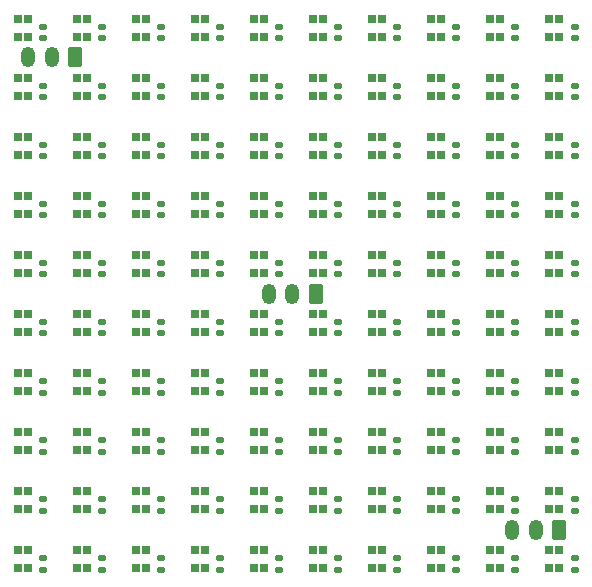
<source format=gbr>
%TF.GenerationSoftware,KiCad,Pcbnew,8.0.2*%
%TF.CreationDate,2024-07-01T22:54:51-05:00*%
%TF.ProjectId,pixel_grid,70697865-6c5f-4677-9269-642e6b696361,rev?*%
%TF.SameCoordinates,Original*%
%TF.FileFunction,Soldermask,Top*%
%TF.FilePolarity,Negative*%
%FSLAX46Y46*%
G04 Gerber Fmt 4.6, Leading zero omitted, Abs format (unit mm)*
G04 Created by KiCad (PCBNEW 8.0.2) date 2024-07-01 22:54:51*
%MOMM*%
%LPD*%
G01*
G04 APERTURE LIST*
G04 Aperture macros list*
%AMRoundRect*
0 Rectangle with rounded corners*
0 $1 Rounding radius*
0 $2 $3 $4 $5 $6 $7 $8 $9 X,Y pos of 4 corners*
0 Add a 4 corners polygon primitive as box body*
4,1,4,$2,$3,$4,$5,$6,$7,$8,$9,$2,$3,0*
0 Add four circle primitives for the rounded corners*
1,1,$1+$1,$2,$3*
1,1,$1+$1,$4,$5*
1,1,$1+$1,$6,$7*
1,1,$1+$1,$8,$9*
0 Add four rect primitives between the rounded corners*
20,1,$1+$1,$2,$3,$4,$5,0*
20,1,$1+$1,$4,$5,$6,$7,0*
20,1,$1+$1,$6,$7,$8,$9,0*
20,1,$1+$1,$8,$9,$2,$3,0*%
G04 Aperture macros list end*
%ADD10R,0.650000X0.800000*%
%ADD11RoundRect,0.250000X0.350000X0.625000X-0.350000X0.625000X-0.350000X-0.625000X0.350000X-0.625000X0*%
%ADD12O,1.200000X1.750000*%
%ADD13RoundRect,0.140000X0.170000X-0.140000X0.170000X0.140000X-0.170000X0.140000X-0.170000X-0.140000X0*%
G04 APERTURE END LIST*
D10*
%TO.C,D100*%
X65425000Y-64250000D03*
X65425000Y-65750000D03*
X64575000Y-64250000D03*
X64575000Y-65750000D03*
%TD*%
%TO.C,D99*%
X60425000Y-64250000D03*
X60425000Y-65750000D03*
X59575000Y-64250000D03*
X59575000Y-65750000D03*
%TD*%
%TO.C,D98*%
X55425000Y-64250000D03*
X55425000Y-65750000D03*
X54575000Y-64250000D03*
X54575000Y-65750000D03*
%TD*%
%TO.C,D97*%
X50425000Y-64250000D03*
X50425000Y-65750000D03*
X49575000Y-64250000D03*
X49575000Y-65750000D03*
%TD*%
%TO.C,D96*%
X45425000Y-64250000D03*
X45425000Y-65750000D03*
X44575000Y-64250000D03*
X44575000Y-65750000D03*
%TD*%
%TO.C,D95*%
X40425000Y-64250000D03*
X40425000Y-65750000D03*
X39575000Y-64250000D03*
X39575000Y-65750000D03*
%TD*%
%TO.C,D94*%
X35425000Y-64250000D03*
X35425000Y-65750000D03*
X34575000Y-64250000D03*
X34575000Y-65750000D03*
%TD*%
%TO.C,D93*%
X30425000Y-64250000D03*
X30425000Y-65750000D03*
X29575000Y-64250000D03*
X29575000Y-65750000D03*
%TD*%
%TO.C,D92*%
X25425000Y-64250000D03*
X25425000Y-65750000D03*
X24575000Y-64250000D03*
X24575000Y-65750000D03*
%TD*%
%TO.C,D91*%
X20425000Y-64250000D03*
X20425000Y-65750000D03*
X19575000Y-64250000D03*
X19575000Y-65750000D03*
%TD*%
%TO.C,D90*%
X65425000Y-59250000D03*
X65425000Y-60750000D03*
X64575000Y-59250000D03*
X64575000Y-60750000D03*
%TD*%
%TO.C,D89*%
X60425000Y-59250000D03*
X60425000Y-60750000D03*
X59575000Y-59250000D03*
X59575000Y-60750000D03*
%TD*%
%TO.C,D88*%
X55425000Y-59250000D03*
X55425000Y-60750000D03*
X54575000Y-59250000D03*
X54575000Y-60750000D03*
%TD*%
%TO.C,D87*%
X50425000Y-59250000D03*
X50425000Y-60750000D03*
X49575000Y-59250000D03*
X49575000Y-60750000D03*
%TD*%
%TO.C,D86*%
X45425000Y-59250000D03*
X45425000Y-60750000D03*
X44575000Y-59250000D03*
X44575000Y-60750000D03*
%TD*%
%TO.C,D85*%
X40425000Y-59250000D03*
X40425000Y-60750000D03*
X39575000Y-59250000D03*
X39575000Y-60750000D03*
%TD*%
%TO.C,D84*%
X35425000Y-59250000D03*
X35425000Y-60750000D03*
X34575000Y-59250000D03*
X34575000Y-60750000D03*
%TD*%
%TO.C,D83*%
X30425000Y-59250000D03*
X30425000Y-60750000D03*
X29575000Y-59250000D03*
X29575000Y-60750000D03*
%TD*%
%TO.C,D82*%
X25425000Y-59250000D03*
X25425000Y-60750000D03*
X24575000Y-59250000D03*
X24575000Y-60750000D03*
%TD*%
%TO.C,D81*%
X20425000Y-59250000D03*
X20425000Y-60750000D03*
X19575000Y-59250000D03*
X19575000Y-60750000D03*
%TD*%
%TO.C,D80*%
X65425000Y-54250000D03*
X65425000Y-55750000D03*
X64575000Y-54250000D03*
X64575000Y-55750000D03*
%TD*%
%TO.C,D79*%
X60425000Y-54250000D03*
X60425000Y-55750000D03*
X59575000Y-54250000D03*
X59575000Y-55750000D03*
%TD*%
%TO.C,D78*%
X55425000Y-54250000D03*
X55425000Y-55750000D03*
X54575000Y-54250000D03*
X54575000Y-55750000D03*
%TD*%
%TO.C,D77*%
X50425000Y-54250000D03*
X50425000Y-55750000D03*
X49575000Y-54250000D03*
X49575000Y-55750000D03*
%TD*%
%TO.C,D76*%
X45425000Y-54250000D03*
X45425000Y-55750000D03*
X44575000Y-54250000D03*
X44575000Y-55750000D03*
%TD*%
%TO.C,D75*%
X40425000Y-54250000D03*
X40425000Y-55750000D03*
X39575000Y-54250000D03*
X39575000Y-55750000D03*
%TD*%
%TO.C,D74*%
X35425000Y-54250000D03*
X35425000Y-55750000D03*
X34575000Y-54250000D03*
X34575000Y-55750000D03*
%TD*%
%TO.C,D73*%
X30425000Y-54250000D03*
X30425000Y-55750000D03*
X29575000Y-54250000D03*
X29575000Y-55750000D03*
%TD*%
%TO.C,D72*%
X25425000Y-54250000D03*
X25425000Y-55750000D03*
X24575000Y-54250000D03*
X24575000Y-55750000D03*
%TD*%
%TO.C,D71*%
X20425000Y-54250000D03*
X20425000Y-55750000D03*
X19575000Y-54250000D03*
X19575000Y-55750000D03*
%TD*%
%TO.C,D70*%
X65425000Y-49250000D03*
X65425000Y-50750000D03*
X64575000Y-49250000D03*
X64575000Y-50750000D03*
%TD*%
%TO.C,D69*%
X60425000Y-49250000D03*
X60425000Y-50750000D03*
X59575000Y-49250000D03*
X59575000Y-50750000D03*
%TD*%
%TO.C,D68*%
X55425000Y-49250000D03*
X55425000Y-50750000D03*
X54575000Y-49250000D03*
X54575000Y-50750000D03*
%TD*%
%TO.C,D67*%
X50425000Y-49250000D03*
X50425000Y-50750000D03*
X49575000Y-49250000D03*
X49575000Y-50750000D03*
%TD*%
%TO.C,D66*%
X45425000Y-49250000D03*
X45425000Y-50750000D03*
X44575000Y-49250000D03*
X44575000Y-50750000D03*
%TD*%
%TO.C,D65*%
X40425000Y-49250000D03*
X40425000Y-50750000D03*
X39575000Y-49250000D03*
X39575000Y-50750000D03*
%TD*%
%TO.C,D64*%
X35425000Y-49250000D03*
X35425000Y-50750000D03*
X34575000Y-49250000D03*
X34575000Y-50750000D03*
%TD*%
%TO.C,D63*%
X30425000Y-49250000D03*
X30425000Y-50750000D03*
X29575000Y-49250000D03*
X29575000Y-50750000D03*
%TD*%
%TO.C,D62*%
X25425000Y-49250000D03*
X25425000Y-50750000D03*
X24575000Y-49250000D03*
X24575000Y-50750000D03*
%TD*%
%TO.C,D61*%
X20425000Y-49250000D03*
X20425000Y-50750000D03*
X19575000Y-49250000D03*
X19575000Y-50750000D03*
%TD*%
%TO.C,D60*%
X65425000Y-44250000D03*
X65425000Y-45750000D03*
X64575000Y-44250000D03*
X64575000Y-45750000D03*
%TD*%
%TO.C,D59*%
X60425000Y-44250000D03*
X60425000Y-45750000D03*
X59575000Y-44250000D03*
X59575000Y-45750000D03*
%TD*%
%TO.C,D58*%
X55425000Y-44250000D03*
X55425000Y-45750000D03*
X54575000Y-44250000D03*
X54575000Y-45750000D03*
%TD*%
%TO.C,D57*%
X50425000Y-44250000D03*
X50425000Y-45750000D03*
X49575000Y-44250000D03*
X49575000Y-45750000D03*
%TD*%
%TO.C,D56*%
X45425000Y-44250000D03*
X45425000Y-45750000D03*
X44575000Y-44250000D03*
X44575000Y-45750000D03*
%TD*%
%TO.C,D55*%
X40425000Y-44250000D03*
X40425000Y-45750000D03*
X39575000Y-44250000D03*
X39575000Y-45750000D03*
%TD*%
%TO.C,D54*%
X35425000Y-44250000D03*
X35425000Y-45750000D03*
X34575000Y-44250000D03*
X34575000Y-45750000D03*
%TD*%
%TO.C,D53*%
X30425000Y-44250000D03*
X30425000Y-45750000D03*
X29575000Y-44250000D03*
X29575000Y-45750000D03*
%TD*%
%TO.C,D52*%
X25425000Y-44250000D03*
X25425000Y-45750000D03*
X24575000Y-44250000D03*
X24575000Y-45750000D03*
%TD*%
%TO.C,D51*%
X20425000Y-44250000D03*
X20425000Y-45750000D03*
X19575000Y-44250000D03*
X19575000Y-45750000D03*
%TD*%
%TO.C,D50*%
X65425000Y-39250000D03*
X65425000Y-40750000D03*
X64575000Y-39250000D03*
X64575000Y-40750000D03*
%TD*%
%TO.C,D49*%
X60425000Y-39250000D03*
X60425000Y-40750000D03*
X59575000Y-39250000D03*
X59575000Y-40750000D03*
%TD*%
%TO.C,D48*%
X55425000Y-39250000D03*
X55425000Y-40750000D03*
X54575000Y-39250000D03*
X54575000Y-40750000D03*
%TD*%
%TO.C,D47*%
X50425000Y-39250000D03*
X50425000Y-40750000D03*
X49575000Y-39250000D03*
X49575000Y-40750000D03*
%TD*%
%TO.C,D46*%
X45425000Y-39250000D03*
X45425000Y-40750000D03*
X44575000Y-39250000D03*
X44575000Y-40750000D03*
%TD*%
%TO.C,D45*%
X40425000Y-39250000D03*
X40425000Y-40750000D03*
X39575000Y-39250000D03*
X39575000Y-40750000D03*
%TD*%
%TO.C,D44*%
X35425000Y-39250000D03*
X35425000Y-40750000D03*
X34575000Y-39250000D03*
X34575000Y-40750000D03*
%TD*%
%TO.C,D43*%
X30425000Y-39250000D03*
X30425000Y-40750000D03*
X29575000Y-39250000D03*
X29575000Y-40750000D03*
%TD*%
%TO.C,D42*%
X25425000Y-39250000D03*
X25425000Y-40750000D03*
X24575000Y-39250000D03*
X24575000Y-40750000D03*
%TD*%
%TO.C,D41*%
X20425000Y-39250000D03*
X20425000Y-40750000D03*
X19575000Y-39250000D03*
X19575000Y-40750000D03*
%TD*%
%TO.C,D40*%
X65425000Y-34250000D03*
X65425000Y-35750000D03*
X64575000Y-34250000D03*
X64575000Y-35750000D03*
%TD*%
%TO.C,D39*%
X60425000Y-34250000D03*
X60425000Y-35750000D03*
X59575000Y-34250000D03*
X59575000Y-35750000D03*
%TD*%
%TO.C,D38*%
X55425000Y-34250000D03*
X55425000Y-35750000D03*
X54575000Y-34250000D03*
X54575000Y-35750000D03*
%TD*%
%TO.C,D37*%
X50425000Y-34250000D03*
X50425000Y-35750000D03*
X49575000Y-34250000D03*
X49575000Y-35750000D03*
%TD*%
%TO.C,D36*%
X45425000Y-34250000D03*
X45425000Y-35750000D03*
X44575000Y-34250000D03*
X44575000Y-35750000D03*
%TD*%
%TO.C,D35*%
X40425000Y-34250000D03*
X40425000Y-35750000D03*
X39575000Y-34250000D03*
X39575000Y-35750000D03*
%TD*%
%TO.C,D34*%
X35425000Y-34250000D03*
X35425000Y-35750000D03*
X34575000Y-34250000D03*
X34575000Y-35750000D03*
%TD*%
%TO.C,D33*%
X30425000Y-34250000D03*
X30425000Y-35750000D03*
X29575000Y-34250000D03*
X29575000Y-35750000D03*
%TD*%
%TO.C,D32*%
X25425000Y-34250000D03*
X25425000Y-35750000D03*
X24575000Y-34250000D03*
X24575000Y-35750000D03*
%TD*%
%TO.C,D31*%
X20425000Y-34250000D03*
X20425000Y-35750000D03*
X19575000Y-34250000D03*
X19575000Y-35750000D03*
%TD*%
%TO.C,D30*%
X65425000Y-29250000D03*
X65425000Y-30750000D03*
X64575000Y-29250000D03*
X64575000Y-30750000D03*
%TD*%
%TO.C,D29*%
X60425000Y-29250000D03*
X60425000Y-30750000D03*
X59575000Y-29250000D03*
X59575000Y-30750000D03*
%TD*%
%TO.C,D28*%
X55425000Y-29250000D03*
X55425000Y-30750000D03*
X54575000Y-29250000D03*
X54575000Y-30750000D03*
%TD*%
%TO.C,D27*%
X50425000Y-29250000D03*
X50425000Y-30750000D03*
X49575000Y-29250000D03*
X49575000Y-30750000D03*
%TD*%
%TO.C,D26*%
X45425000Y-29250000D03*
X45425000Y-30750000D03*
X44575000Y-29250000D03*
X44575000Y-30750000D03*
%TD*%
%TO.C,D25*%
X40425000Y-29250000D03*
X40425000Y-30750000D03*
X39575000Y-29250000D03*
X39575000Y-30750000D03*
%TD*%
%TO.C,D24*%
X35425000Y-29250000D03*
X35425000Y-30750000D03*
X34575000Y-29250000D03*
X34575000Y-30750000D03*
%TD*%
%TO.C,D23*%
X30425000Y-29250000D03*
X30425000Y-30750000D03*
X29575000Y-29250000D03*
X29575000Y-30750000D03*
%TD*%
%TO.C,D22*%
X25425000Y-29250000D03*
X25425000Y-30750000D03*
X24575000Y-29250000D03*
X24575000Y-30750000D03*
%TD*%
%TO.C,D21*%
X20425000Y-29250000D03*
X20425000Y-30750000D03*
X19575000Y-29250000D03*
X19575000Y-30750000D03*
%TD*%
%TO.C,D20*%
X65425000Y-24250000D03*
X65425000Y-25750000D03*
X64575000Y-24250000D03*
X64575000Y-25750000D03*
%TD*%
%TO.C,D19*%
X60425000Y-24250000D03*
X60425000Y-25750000D03*
X59575000Y-24250000D03*
X59575000Y-25750000D03*
%TD*%
%TO.C,D18*%
X55425000Y-24250000D03*
X55425000Y-25750000D03*
X54575000Y-24250000D03*
X54575000Y-25750000D03*
%TD*%
%TO.C,D17*%
X50425000Y-24250000D03*
X50425000Y-25750000D03*
X49575000Y-24250000D03*
X49575000Y-25750000D03*
%TD*%
%TO.C,D16*%
X45425000Y-24250000D03*
X45425000Y-25750000D03*
X44575000Y-24250000D03*
X44575000Y-25750000D03*
%TD*%
%TO.C,D15*%
X40425000Y-24250000D03*
X40425000Y-25750000D03*
X39575000Y-24250000D03*
X39575000Y-25750000D03*
%TD*%
%TO.C,D14*%
X35425000Y-24250000D03*
X35425000Y-25750000D03*
X34575000Y-24250000D03*
X34575000Y-25750000D03*
%TD*%
%TO.C,D13*%
X30425000Y-24250000D03*
X30425000Y-25750000D03*
X29575000Y-24250000D03*
X29575000Y-25750000D03*
%TD*%
%TO.C,D12*%
X25425000Y-24250000D03*
X25425000Y-25750000D03*
X24575000Y-24250000D03*
X24575000Y-25750000D03*
%TD*%
%TO.C,D11*%
X20425000Y-24250000D03*
X20425000Y-25750000D03*
X19575000Y-24250000D03*
X19575000Y-25750000D03*
%TD*%
%TO.C,D10*%
X65425000Y-19250000D03*
X65425000Y-20750000D03*
X64575000Y-19250000D03*
X64575000Y-20750000D03*
%TD*%
%TO.C,D9*%
X60425000Y-19250000D03*
X60425000Y-20750000D03*
X59575000Y-19250000D03*
X59575000Y-20750000D03*
%TD*%
%TO.C,D8*%
X55425000Y-19250000D03*
X55425000Y-20750000D03*
X54575000Y-19250000D03*
X54575000Y-20750000D03*
%TD*%
%TO.C,D7*%
X50425000Y-19250000D03*
X50425000Y-20750000D03*
X49575000Y-19250000D03*
X49575000Y-20750000D03*
%TD*%
%TO.C,D6*%
X45425000Y-19250000D03*
X45425000Y-20750000D03*
X44575000Y-19250000D03*
X44575000Y-20750000D03*
%TD*%
%TO.C,D5*%
X40425000Y-19250000D03*
X40425000Y-20750000D03*
X39575000Y-19250000D03*
X39575000Y-20750000D03*
%TD*%
%TO.C,D4*%
X35425000Y-19250000D03*
X35425000Y-20750000D03*
X34575000Y-19250000D03*
X34575000Y-20750000D03*
%TD*%
%TO.C,D3*%
X30425000Y-19250000D03*
X30425000Y-20750000D03*
X29575000Y-19250000D03*
X29575000Y-20750000D03*
%TD*%
%TO.C,D2*%
X25425000Y-19250000D03*
X25425000Y-20750000D03*
X24575000Y-19250000D03*
X24575000Y-20750000D03*
%TD*%
%TO.C,D1*%
X20425000Y-19250000D03*
X20425000Y-20750000D03*
X19575000Y-19250000D03*
X19575000Y-20750000D03*
%TD*%
D11*
%TO.C,J3*%
X44800000Y-42500000D03*
D12*
X42800000Y-42500000D03*
X40800000Y-42500000D03*
%TD*%
D11*
%TO.C,J2*%
X65425000Y-62500000D03*
D12*
X63425000Y-62500000D03*
X61425000Y-62500000D03*
%TD*%
D11*
%TO.C,J1*%
X24425000Y-22500000D03*
D12*
X22425000Y-22500000D03*
X20425000Y-22500000D03*
%TD*%
D13*
%TO.C,C100*%
X66700000Y-65880000D03*
X66700000Y-64920000D03*
%TD*%
%TO.C,C99*%
X61700000Y-65880000D03*
X61700000Y-64920000D03*
%TD*%
%TO.C,C98*%
X56700000Y-65880000D03*
X56700000Y-64920000D03*
%TD*%
%TO.C,C97*%
X51700000Y-65880000D03*
X51700000Y-64920000D03*
%TD*%
%TO.C,C96*%
X46700000Y-65880000D03*
X46700000Y-64920000D03*
%TD*%
%TO.C,C95*%
X41700000Y-65880000D03*
X41700000Y-64920000D03*
%TD*%
%TO.C,C94*%
X36700000Y-65880000D03*
X36700000Y-64920000D03*
%TD*%
%TO.C,C93*%
X31700000Y-65880000D03*
X31700000Y-64920000D03*
%TD*%
%TO.C,C92*%
X26700000Y-65880000D03*
X26700000Y-64920000D03*
%TD*%
%TO.C,C91*%
X21700000Y-65880000D03*
X21700000Y-64920000D03*
%TD*%
%TO.C,C90*%
X66700000Y-60880000D03*
X66700000Y-59920000D03*
%TD*%
%TO.C,C89*%
X61700000Y-60880000D03*
X61700000Y-59920000D03*
%TD*%
%TO.C,C88*%
X56700000Y-60880000D03*
X56700000Y-59920000D03*
%TD*%
%TO.C,C87*%
X51700000Y-60880000D03*
X51700000Y-59920000D03*
%TD*%
%TO.C,C86*%
X46700000Y-60880000D03*
X46700000Y-59920000D03*
%TD*%
%TO.C,C85*%
X41700000Y-60880000D03*
X41700000Y-59920000D03*
%TD*%
%TO.C,C84*%
X36700000Y-60880000D03*
X36700000Y-59920000D03*
%TD*%
%TO.C,C83*%
X31700000Y-60880000D03*
X31700000Y-59920000D03*
%TD*%
%TO.C,C82*%
X26700000Y-60880000D03*
X26700000Y-59920000D03*
%TD*%
%TO.C,C81*%
X21700000Y-60880000D03*
X21700000Y-59920000D03*
%TD*%
%TO.C,C80*%
X66700000Y-55880000D03*
X66700000Y-54920000D03*
%TD*%
%TO.C,C79*%
X61700000Y-55880000D03*
X61700000Y-54920000D03*
%TD*%
%TO.C,C78*%
X56700000Y-55880000D03*
X56700000Y-54920000D03*
%TD*%
%TO.C,C77*%
X51700000Y-55880000D03*
X51700000Y-54920000D03*
%TD*%
%TO.C,C76*%
X46700000Y-55880000D03*
X46700000Y-54920000D03*
%TD*%
%TO.C,C75*%
X41700000Y-55880000D03*
X41700000Y-54920000D03*
%TD*%
%TO.C,C74*%
X36700000Y-55880000D03*
X36700000Y-54920000D03*
%TD*%
%TO.C,C73*%
X31700000Y-55880000D03*
X31700000Y-54920000D03*
%TD*%
%TO.C,C72*%
X26700000Y-55880000D03*
X26700000Y-54920000D03*
%TD*%
%TO.C,C71*%
X21700000Y-55880000D03*
X21700000Y-54920000D03*
%TD*%
%TO.C,C70*%
X66700000Y-50880000D03*
X66700000Y-49920000D03*
%TD*%
%TO.C,C69*%
X61700000Y-50880000D03*
X61700000Y-49920000D03*
%TD*%
%TO.C,C68*%
X56700000Y-50880000D03*
X56700000Y-49920000D03*
%TD*%
%TO.C,C67*%
X51700000Y-50880000D03*
X51700000Y-49920000D03*
%TD*%
%TO.C,C66*%
X46700000Y-50880000D03*
X46700000Y-49920000D03*
%TD*%
%TO.C,C65*%
X41700000Y-50880000D03*
X41700000Y-49920000D03*
%TD*%
%TO.C,C64*%
X36700000Y-50880000D03*
X36700000Y-49920000D03*
%TD*%
%TO.C,C63*%
X31700000Y-50880000D03*
X31700000Y-49920000D03*
%TD*%
%TO.C,C62*%
X26700000Y-50880000D03*
X26700000Y-49920000D03*
%TD*%
%TO.C,C61*%
X21700000Y-50880000D03*
X21700000Y-49920000D03*
%TD*%
%TO.C,C60*%
X66700000Y-45880000D03*
X66700000Y-44920000D03*
%TD*%
%TO.C,C59*%
X61700000Y-45880000D03*
X61700000Y-44920000D03*
%TD*%
%TO.C,C58*%
X56700000Y-45880000D03*
X56700000Y-44920000D03*
%TD*%
%TO.C,C57*%
X51700000Y-45880000D03*
X51700000Y-44920000D03*
%TD*%
%TO.C,C56*%
X46700000Y-45880000D03*
X46700000Y-44920000D03*
%TD*%
%TO.C,C55*%
X41700000Y-45880000D03*
X41700000Y-44920000D03*
%TD*%
%TO.C,C54*%
X36700000Y-45880000D03*
X36700000Y-44920000D03*
%TD*%
%TO.C,C53*%
X31700000Y-45880000D03*
X31700000Y-44920000D03*
%TD*%
%TO.C,C52*%
X26700000Y-45880000D03*
X26700000Y-44920000D03*
%TD*%
%TO.C,C51*%
X21700000Y-45880000D03*
X21700000Y-44920000D03*
%TD*%
%TO.C,C50*%
X66700000Y-40880000D03*
X66700000Y-39920000D03*
%TD*%
%TO.C,C49*%
X61700000Y-40880000D03*
X61700000Y-39920000D03*
%TD*%
%TO.C,C48*%
X56700000Y-40880000D03*
X56700000Y-39920000D03*
%TD*%
%TO.C,C47*%
X51700000Y-40880000D03*
X51700000Y-39920000D03*
%TD*%
%TO.C,C46*%
X46700000Y-40880000D03*
X46700000Y-39920000D03*
%TD*%
%TO.C,C45*%
X41700000Y-40880000D03*
X41700000Y-39920000D03*
%TD*%
%TO.C,C44*%
X36700000Y-40880000D03*
X36700000Y-39920000D03*
%TD*%
%TO.C,C43*%
X31700000Y-40880000D03*
X31700000Y-39920000D03*
%TD*%
%TO.C,C42*%
X26700000Y-40880000D03*
X26700000Y-39920000D03*
%TD*%
%TO.C,C41*%
X21700000Y-40880000D03*
X21700000Y-39920000D03*
%TD*%
%TO.C,C40*%
X66700000Y-35880000D03*
X66700000Y-34920000D03*
%TD*%
%TO.C,C39*%
X61700000Y-35880000D03*
X61700000Y-34920000D03*
%TD*%
%TO.C,C38*%
X56700000Y-35880000D03*
X56700000Y-34920000D03*
%TD*%
%TO.C,C37*%
X51700000Y-35880000D03*
X51700000Y-34920000D03*
%TD*%
%TO.C,C36*%
X46700000Y-35880000D03*
X46700000Y-34920000D03*
%TD*%
%TO.C,C35*%
X41700000Y-35880000D03*
X41700000Y-34920000D03*
%TD*%
%TO.C,C34*%
X36700000Y-35880000D03*
X36700000Y-34920000D03*
%TD*%
%TO.C,C33*%
X31700000Y-35880000D03*
X31700000Y-34920000D03*
%TD*%
%TO.C,C32*%
X26700000Y-35880000D03*
X26700000Y-34920000D03*
%TD*%
%TO.C,C31*%
X21700000Y-35880000D03*
X21700000Y-34920000D03*
%TD*%
%TO.C,C30*%
X66700000Y-30880000D03*
X66700000Y-29920000D03*
%TD*%
%TO.C,C29*%
X61700000Y-30880000D03*
X61700000Y-29920000D03*
%TD*%
%TO.C,C28*%
X56700000Y-30880000D03*
X56700000Y-29920000D03*
%TD*%
%TO.C,C27*%
X51700000Y-30880000D03*
X51700000Y-29920000D03*
%TD*%
%TO.C,C26*%
X46700000Y-30880000D03*
X46700000Y-29920000D03*
%TD*%
%TO.C,C25*%
X41700000Y-30880000D03*
X41700000Y-29920000D03*
%TD*%
%TO.C,C24*%
X36700000Y-30880000D03*
X36700000Y-29920000D03*
%TD*%
%TO.C,C23*%
X31700000Y-30880000D03*
X31700000Y-29920000D03*
%TD*%
%TO.C,C22*%
X26700000Y-30880000D03*
X26700000Y-29920000D03*
%TD*%
%TO.C,C21*%
X21700000Y-30880000D03*
X21700000Y-29920000D03*
%TD*%
%TO.C,C20*%
X66700000Y-25880000D03*
X66700000Y-24920000D03*
%TD*%
%TO.C,C19*%
X61700000Y-25880000D03*
X61700000Y-24920000D03*
%TD*%
%TO.C,C18*%
X56700000Y-25880000D03*
X56700000Y-24920000D03*
%TD*%
%TO.C,C17*%
X51700000Y-25880000D03*
X51700000Y-24920000D03*
%TD*%
%TO.C,C16*%
X46700000Y-25880000D03*
X46700000Y-24920000D03*
%TD*%
%TO.C,C15*%
X41700000Y-25880000D03*
X41700000Y-24920000D03*
%TD*%
%TO.C,C14*%
X36700000Y-25880000D03*
X36700000Y-24920000D03*
%TD*%
%TO.C,C13*%
X31700000Y-25880000D03*
X31700000Y-24920000D03*
%TD*%
%TO.C,C12*%
X26700000Y-25880000D03*
X26700000Y-24920000D03*
%TD*%
%TO.C,C11*%
X21700000Y-25880000D03*
X21700000Y-24920000D03*
%TD*%
%TO.C,C10*%
X66700000Y-20880000D03*
X66700000Y-19920000D03*
%TD*%
%TO.C,C9*%
X61700000Y-20880000D03*
X61700000Y-19920000D03*
%TD*%
%TO.C,C8*%
X56700000Y-20880000D03*
X56700000Y-19920000D03*
%TD*%
%TO.C,C7*%
X51700000Y-20880000D03*
X51700000Y-19920000D03*
%TD*%
%TO.C,C6*%
X46700000Y-20880000D03*
X46700000Y-19920000D03*
%TD*%
%TO.C,C5*%
X41700000Y-20880000D03*
X41700000Y-19920000D03*
%TD*%
%TO.C,C4*%
X36700000Y-20880000D03*
X36700000Y-19920000D03*
%TD*%
%TO.C,C3*%
X31700000Y-20880000D03*
X31700000Y-19920000D03*
%TD*%
%TO.C,C2*%
X26700000Y-20880000D03*
X26700000Y-19920000D03*
%TD*%
%TO.C,C1*%
X21700000Y-20880000D03*
X21700000Y-19920000D03*
%TD*%
M02*

</source>
